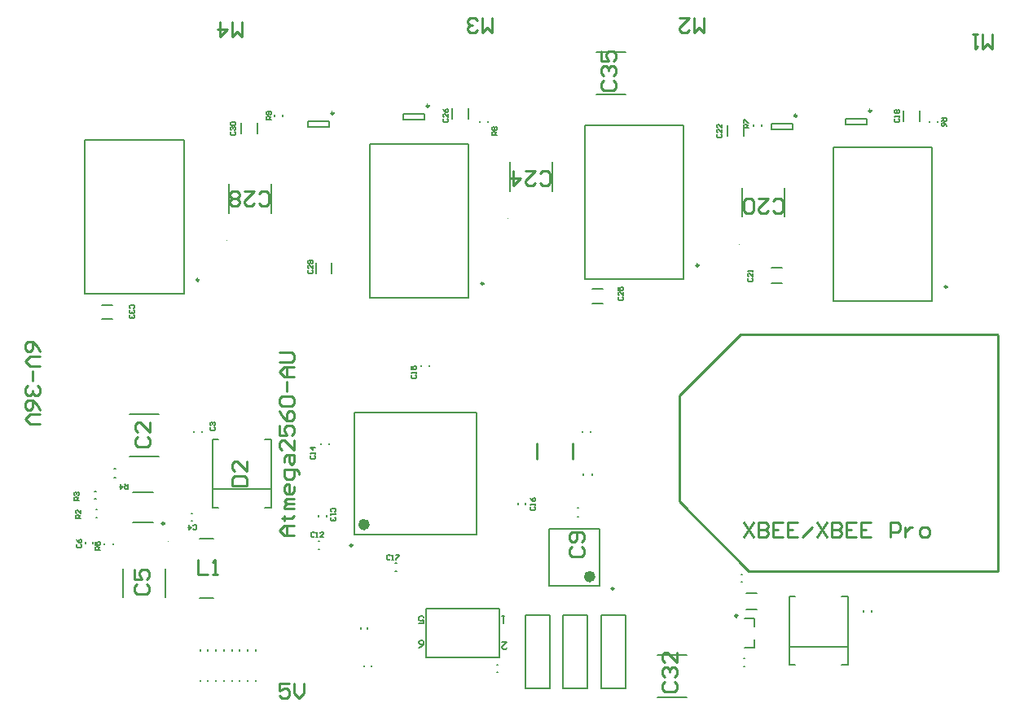
<source format=gto>
%FSLAX25Y25*%
%MOIN*%
G70*
G01*
G75*
G04 Layer_Color=65535*
%ADD10R,0.07480X0.05315*%
%ADD11R,0.03937X0.03543*%
%ADD12R,0.03543X0.03937*%
%ADD13R,0.04331X0.04331*%
%ADD14O,0.05315X0.00984*%
%ADD15R,0.06614X0.07402*%
%ADD16R,0.11417X0.07874*%
%ADD17R,0.28346X0.49606*%
%ADD18O,0.08071X0.02362*%
%ADD19O,0.01575X0.03347*%
%ADD20R,0.04331X0.04331*%
%ADD21R,0.04528X0.07087*%
%ADD22R,0.08858X0.18110*%
%ADD23R,0.18110X0.08858*%
%ADD24R,0.09291X0.24882*%
%ADD25R,0.03740X0.06693*%
%ADD26R,0.15000X0.11000*%
%ADD27O,0.07677X0.03543*%
%ADD28R,0.05500X0.06300*%
%ADD29O,0.06102X0.00984*%
%ADD30O,0.00984X0.06102*%
%ADD31R,0.05315X0.07480*%
%ADD32R,0.03937X0.02362*%
%ADD33R,0.03543X0.02756*%
%ADD34R,0.07087X0.04528*%
%ADD35C,0.01200*%
%ADD36C,0.01000*%
%ADD37C,0.00700*%
%ADD38C,0.04000*%
%ADD39C,0.03000*%
%ADD40C,0.02000*%
%ADD41C,0.08000*%
%ADD42C,0.05000*%
%ADD43C,0.02500*%
%ADD44C,0.01500*%
%ADD45C,0.07500*%
%ADD46C,0.05512*%
%ADD47R,0.05512X0.05512*%
%ADD48C,0.05906*%
%ADD49R,0.05906X0.05906*%
%ADD50R,0.06000X0.06000*%
%ADD51C,0.06000*%
%ADD52R,0.05906X0.05906*%
%ADD53R,0.05512X0.05512*%
%ADD54C,0.03500*%
%ADD55C,0.05000*%
%ADD56C,0.01969*%
%ADD57C,0.07000*%
%ADD58C,0.05500*%
%ADD59C,0.04500*%
%ADD60C,0.00984*%
%ADD61C,0.00394*%
%ADD62C,0.02362*%
%ADD63C,0.00787*%
%ADD64C,0.00500*%
%ADD65C,0.00800*%
D36*
X446000Y242500D02*
X548000D01*
X417500Y271000D02*
X446000Y242500D01*
X417500Y271000D02*
Y314500D01*
X442500Y339500D01*
X547500D01*
X548000Y339000D01*
Y242500D02*
Y339000D01*
X373750Y288450D02*
Y294550D01*
X359250Y288450D02*
Y294550D01*
X196002Y297499D02*
X195002Y296499D01*
Y294500D01*
X196002Y293500D01*
X200000D01*
X201000Y294500D01*
Y296499D01*
X200000Y297499D01*
X201000Y303497D02*
Y299498D01*
X197001Y303497D01*
X196002D01*
X195002Y302497D01*
Y300498D01*
X196002Y299498D01*
X195502Y236999D02*
X194502Y235999D01*
Y234000D01*
X195502Y233000D01*
X199500D01*
X200500Y234000D01*
Y235999D01*
X199500Y236999D01*
X194502Y242997D02*
Y238998D01*
X197501D01*
X196501Y240997D01*
Y241997D01*
X197501Y242997D01*
X199500D01*
X200500Y241997D01*
Y239998D01*
X199500Y238998D01*
X373502Y252499D02*
X372502Y251499D01*
Y249500D01*
X373502Y248500D01*
X377500D01*
X378500Y249500D01*
Y251499D01*
X377500Y252499D01*
Y254498D02*
X378500Y255498D01*
Y257497D01*
X377500Y258497D01*
X373502D01*
X372502Y257497D01*
Y255498D01*
X373502Y254498D01*
X374501D01*
X375501Y255498D01*
Y258497D01*
X456001Y390002D02*
X457001Y389002D01*
X459000D01*
X460000Y390002D01*
Y394000D01*
X459000Y395000D01*
X457001D01*
X456001Y394000D01*
X450003Y395000D02*
X454002D01*
X450003Y391001D01*
Y390002D01*
X451003Y389002D01*
X453002D01*
X454002Y390002D01*
X448004D02*
X447004Y389002D01*
X445005D01*
X444005Y390002D01*
Y394000D01*
X445005Y395000D01*
X447004D01*
X448004Y394000D01*
Y390002D01*
X360501Y401502D02*
X361501Y400502D01*
X363500D01*
X364500Y401502D01*
Y405500D01*
X363500Y406500D01*
X361501D01*
X360501Y405500D01*
X354503Y406500D02*
X358502D01*
X354503Y402501D01*
Y401502D01*
X355503Y400502D01*
X357502D01*
X358502Y401502D01*
X349505Y406500D02*
Y400502D01*
X352504Y403501D01*
X348505D01*
X245501Y393002D02*
X246501Y392002D01*
X248500D01*
X249500Y393002D01*
Y397000D01*
X248500Y398000D01*
X246501D01*
X245501Y397000D01*
X239503Y398000D02*
X243502D01*
X239503Y394001D01*
Y393002D01*
X240503Y392002D01*
X242502D01*
X243502Y393002D01*
X237504D02*
X236504Y392002D01*
X234505D01*
X233505Y393002D01*
Y394001D01*
X234505Y395001D01*
X233505Y396001D01*
Y397000D01*
X234505Y398000D01*
X236504D01*
X237504Y397000D01*
Y396001D01*
X236504Y395001D01*
X237504Y394001D01*
Y393002D01*
X236504Y395001D02*
X234505D01*
X234502Y277500D02*
X240500D01*
Y280499D01*
X239500Y281499D01*
X235502D01*
X234502Y280499D01*
Y277500D01*
X240500Y287497D02*
Y283498D01*
X236501Y287497D01*
X235502D01*
X234502Y286497D01*
Y284498D01*
X235502Y283498D01*
X220500Y246998D02*
Y241000D01*
X224499D01*
X226498D02*
X228497D01*
X227498D01*
Y246998D01*
X226498Y245998D01*
X444000Y262498D02*
X447999Y256500D01*
Y262498D02*
X444000Y256500D01*
X449998Y262498D02*
Y256500D01*
X452997D01*
X453997Y257500D01*
Y258499D01*
X452997Y259499D01*
X449998D01*
X452997D01*
X453997Y260499D01*
Y261498D01*
X452997Y262498D01*
X449998D01*
X459995D02*
X455996D01*
Y256500D01*
X459995D01*
X455996Y259499D02*
X457996D01*
X465993Y262498D02*
X461994D01*
Y256500D01*
X465993D01*
X461994Y259499D02*
X463994D01*
X467992Y256500D02*
X471991Y260499D01*
X473990Y262498D02*
X477989Y256500D01*
Y262498D02*
X473990Y256500D01*
X479988Y262498D02*
Y256500D01*
X482987D01*
X483987Y257500D01*
Y258499D01*
X482987Y259499D01*
X479988D01*
X482987D01*
X483987Y260499D01*
Y261498D01*
X482987Y262498D01*
X479988D01*
X489985D02*
X485986D01*
Y256500D01*
X489985D01*
X485986Y259499D02*
X487986D01*
X495983Y262498D02*
X491985D01*
Y256500D01*
X495983D01*
X491985Y259499D02*
X493984D01*
X503981Y256500D02*
Y262498D01*
X506980D01*
X507979Y261498D01*
Y259499D01*
X506980Y258499D01*
X503981D01*
X509979Y260499D02*
Y256500D01*
Y258499D01*
X510978Y259499D01*
X511978Y260499D01*
X512978D01*
X516976Y256500D02*
X518976D01*
X519975Y257500D01*
Y259499D01*
X518976Y260499D01*
X516976D01*
X515977Y259499D01*
Y257500D01*
X516976Y256500D01*
X260000Y257000D02*
X256001D01*
X254002Y258999D01*
X256001Y260999D01*
X260000D01*
X257001D01*
Y257000D01*
X255002Y263998D02*
X256001D01*
Y262998D01*
Y264997D01*
Y263998D01*
X259000D01*
X260000Y264997D01*
Y267996D02*
X256001D01*
Y268996D01*
X257001Y269996D01*
X260000D01*
X257001D01*
X256001Y270995D01*
X257001Y271995D01*
X260000D01*
Y276993D02*
Y274994D01*
X259000Y273994D01*
X257001D01*
X256001Y274994D01*
Y276993D01*
X257001Y277993D01*
X258001D01*
Y273994D01*
X261999Y281992D02*
Y282992D01*
X261000Y283991D01*
X256001D01*
Y280992D01*
X257001Y279993D01*
X259000D01*
X260000Y280992D01*
Y283991D01*
X256001Y286990D02*
Y288990D01*
X257001Y289989D01*
X260000D01*
Y286990D01*
X259000Y285991D01*
X258001Y286990D01*
Y289989D01*
X260000Y295987D02*
Y291989D01*
X256001Y295987D01*
X255002D01*
X254002Y294988D01*
Y292988D01*
X255002Y291989D01*
X254002Y301985D02*
Y297987D01*
X257001D01*
X256001Y299986D01*
Y300986D01*
X257001Y301985D01*
X259000D01*
X260000Y300986D01*
Y298986D01*
X259000Y297987D01*
X254002Y307983D02*
X255002Y305984D01*
X257001Y303985D01*
X259000D01*
X260000Y304984D01*
Y306984D01*
X259000Y307983D01*
X258001D01*
X257001Y306984D01*
Y303985D01*
X255002Y309983D02*
X254002Y310982D01*
Y312982D01*
X255002Y313982D01*
X259000D01*
X260000Y312982D01*
Y310982D01*
X259000Y309983D01*
X255002D01*
X257001Y315981D02*
Y319980D01*
X260000Y321979D02*
X256001D01*
X254002Y323978D01*
X256001Y325978D01*
X260000D01*
X257001D01*
Y321979D01*
X254002Y327977D02*
X259000D01*
X260000Y328977D01*
Y330976D01*
X259000Y331976D01*
X254002D01*
X411502Y196999D02*
X410502Y195999D01*
Y194000D01*
X411502Y193000D01*
X415500D01*
X416500Y194000D01*
Y195999D01*
X415500Y196999D01*
X411502Y198998D02*
X410502Y199998D01*
Y201997D01*
X411502Y202997D01*
X412501D01*
X413501Y201997D01*
Y200997D01*
Y201997D01*
X414501Y202997D01*
X415500D01*
X416500Y201997D01*
Y199998D01*
X415500Y198998D01*
X416500Y208995D02*
Y204996D01*
X412501Y208995D01*
X411502D01*
X410502Y207995D01*
Y205996D01*
X411502Y204996D01*
X386502Y443499D02*
X385502Y442499D01*
Y440500D01*
X386502Y439500D01*
X390500D01*
X391500Y440500D01*
Y442499D01*
X390500Y443499D01*
X386502Y445498D02*
X385502Y446498D01*
Y448497D01*
X386502Y449497D01*
X387501D01*
X388501Y448497D01*
Y447497D01*
Y448497D01*
X389501Y449497D01*
X390500D01*
X391500Y448497D01*
Y446498D01*
X390500Y445498D01*
X385502Y455495D02*
Y451496D01*
X388501D01*
X387501Y453496D01*
Y454495D01*
X388501Y455495D01*
X390500D01*
X391500Y454495D01*
Y452496D01*
X390500Y451496D01*
X238500Y467500D02*
Y461502D01*
X236501Y463501D01*
X234501Y461502D01*
Y467500D01*
X229503D02*
Y461502D01*
X232502Y464501D01*
X228503D01*
X341000Y469000D02*
Y463002D01*
X339001Y465001D01*
X337001Y463002D01*
Y469000D01*
X335002Y464002D02*
X334002Y463002D01*
X332003D01*
X331003Y464002D01*
Y465001D01*
X332003Y466001D01*
X333003D01*
X332003D01*
X331003Y467001D01*
Y468000D01*
X332003Y469000D01*
X334002D01*
X335002Y468000D01*
X427500Y469000D02*
Y463002D01*
X425501Y465001D01*
X423501Y463002D01*
Y469000D01*
X417503D02*
X421502D01*
X417503Y465001D01*
Y464002D01*
X418503Y463002D01*
X420502D01*
X421502Y464002D01*
X545500Y462500D02*
Y456502D01*
X543501Y458501D01*
X541501Y456502D01*
Y462500D01*
X539502D02*
X537503D01*
X538502D01*
Y456502D01*
X539502Y457502D01*
X155998Y332501D02*
X154998Y334501D01*
X152999Y336500D01*
X151000D01*
X150000Y335500D01*
Y333501D01*
X151000Y332501D01*
X151999D01*
X152999Y333501D01*
Y336500D01*
X155998Y330502D02*
X151999D01*
X150000Y328503D01*
X151999Y326503D01*
X155998D01*
X152999Y324504D02*
Y320505D01*
X154998Y318506D02*
X155998Y317506D01*
Y315507D01*
X154998Y314507D01*
X153999D01*
X152999Y315507D01*
Y316507D01*
Y315507D01*
X151999Y314507D01*
X151000D01*
X150000Y315507D01*
Y317506D01*
X151000Y318506D01*
X155998Y308509D02*
X154998Y310508D01*
X152999Y312508D01*
X151000D01*
X150000Y311508D01*
Y309509D01*
X151000Y308509D01*
X151999D01*
X152999Y309509D01*
Y312508D01*
X155998Y306510D02*
X151999D01*
X150000Y304510D01*
X151999Y302511D01*
X155998D01*
X257999Y196498D02*
X254000D01*
Y193499D01*
X255999Y194499D01*
X256999D01*
X257999Y193499D01*
Y191500D01*
X256999Y190500D01*
X255000D01*
X254000Y191500D01*
X259998Y196498D02*
Y192499D01*
X261997Y190500D01*
X263997Y192499D01*
Y196498D01*
D60*
X206760Y261906D02*
G03*
X206760Y261906I-492J0D01*
G01*
X527043Y358823D02*
G03*
X527043Y358823I-492J0D01*
G01*
X496004Y430929D02*
G03*
X496004Y430929I-492J0D01*
G01*
X465504Y428929D02*
G03*
X465504Y428929I-492J0D01*
G01*
X425378Y367653D02*
G03*
X425378Y367653I-492J0D01*
G01*
X276004Y429929D02*
G03*
X276004Y429929I-492J0D01*
G01*
X220878Y361653D02*
G03*
X220878Y361653I-492J0D01*
G01*
X315004Y432929D02*
G03*
X315004Y432929I-492J0D01*
G01*
X337378Y360154D02*
G03*
X337378Y360154I-492J0D01*
G01*
X390642Y235205D02*
G03*
X390642Y235205I-492J0D01*
G01*
X283713Y252874D02*
G03*
X283713Y252874I-492J0D01*
G01*
X441268Y224087D02*
G03*
X441268Y224087I-492J0D01*
G01*
D61*
X215871Y288110D02*
G03*
X215871Y288110I-197J0D01*
G01*
X208587Y254674D02*
G03*
X208587Y254674I-197J0D01*
G01*
X442307Y376326D02*
G03*
X442307Y376326I-197J0D01*
G01*
X347307Y386826D02*
G03*
X347307Y386826I-197J0D01*
G01*
X232307Y377826D02*
G03*
X232307Y377826I-197J0D01*
G01*
X372523Y456390D02*
G03*
X372523Y456390I-197J0D01*
G01*
X397523Y209390D02*
G03*
X397523Y209390I-197J0D01*
G01*
D62*
X381980Y240126D02*
G03*
X381980Y240126I-1181J0D01*
G01*
X289618Y261437D02*
G03*
X289618Y261437I-1181J0D01*
G01*
D63*
X244847Y421835D02*
Y426165D01*
X238154Y421835D02*
Y426165D01*
X331347Y427835D02*
Y432165D01*
X324654Y427835D02*
Y432165D01*
X443847Y420835D02*
Y425165D01*
X437153Y420835D02*
Y425165D01*
X515846Y426835D02*
Y431165D01*
X509154Y426835D02*
Y431165D01*
X270925Y294303D02*
Y294697D01*
X274075Y294303D02*
Y294697D01*
X273075Y264803D02*
Y265197D01*
X269925Y264803D02*
Y265197D01*
X269803Y251425D02*
X270197D01*
X269803Y254575D02*
X270197D01*
X375803Y268272D02*
X376197D01*
X375803Y264728D02*
X376197D01*
X314000Y227000D02*
X333167D01*
X314000D02*
X344000D01*
X314000Y207000D02*
X344000D01*
Y227000D01*
X314000Y207000D02*
Y227000D01*
X193965Y262398D02*
X202035D01*
X193965Y274602D02*
X202035D01*
X480390Y416165D02*
X520941D01*
X480390Y353173D02*
X520941D01*
X480390D02*
Y416165D01*
X520941Y353173D02*
Y416165D01*
X485669Y425319D02*
Y427681D01*
X494331Y425319D02*
Y427681D01*
X485669Y425319D02*
X494331D01*
X485669Y427681D02*
X494331D01*
X222272Y299303D02*
Y299697D01*
X218728Y299303D02*
Y299697D01*
X442803Y237925D02*
X443197D01*
X442803Y241075D02*
X443197D01*
X217803Y262925D02*
X218197D01*
X217803Y266075D02*
X218197D01*
X342803Y200925D02*
X343197D01*
X342803Y204075D02*
X343197D01*
X455335Y366650D02*
X459665D01*
X455335Y360350D02*
X459665D01*
X192595Y306661D02*
X204405D01*
X192595Y289339D02*
X204405D01*
X189839Y231594D02*
Y243406D01*
X207161Y231594D02*
Y243406D01*
X186303Y284272D02*
X186697D01*
X186303Y280728D02*
X186697D01*
X185772Y253303D02*
Y253697D01*
X182228Y253303D02*
Y253697D01*
X492925Y225803D02*
Y226197D01*
X496075Y225803D02*
Y226197D01*
X178803Y264425D02*
X179197D01*
X178803Y267575D02*
X179197D01*
X460661Y387595D02*
Y399406D01*
X443339Y387595D02*
Y399406D01*
X221047Y231453D02*
X226953D01*
X221047Y255547D02*
X226953D01*
X455169Y423319D02*
Y425681D01*
X463831Y423319D02*
Y425681D01*
X455169Y423319D02*
X463831D01*
X455169Y425681D02*
X463831D01*
X378724Y424996D02*
X419276D01*
X378724Y362004D02*
X419276D01*
X378724D02*
Y424996D01*
X419276Y362004D02*
Y424996D01*
X265669Y424319D02*
Y426681D01*
X274331Y424319D02*
Y426681D01*
X265669Y424319D02*
X274331D01*
X265669Y426681D02*
X274331D01*
X365661Y398095D02*
Y409905D01*
X348339Y398095D02*
Y409905D01*
X174224Y418996D02*
X214776D01*
X174224Y356004D02*
X214776D01*
X174224D02*
Y418996D01*
X214776Y356004D02*
Y418996D01*
X304669Y427319D02*
Y429681D01*
X313331Y427319D02*
Y429681D01*
X304669Y427319D02*
X313331D01*
X304669Y429681D02*
X313331D01*
X290724Y417496D02*
X331276D01*
X290724Y354504D02*
X331276D01*
X290724D02*
Y417496D01*
X331276Y354504D02*
Y417496D01*
X381835Y357953D02*
X386165D01*
X381835Y352047D02*
X386165D01*
X181335Y351453D02*
X185665D01*
X181335Y345547D02*
X185665D01*
X250661Y389094D02*
Y400906D01*
X233339Y389094D02*
Y400906D01*
X377728Y299303D02*
Y299697D01*
X381272Y299303D02*
Y299697D01*
X378228Y281803D02*
Y282197D01*
X381772Y281803D02*
Y282197D01*
X364264Y259811D02*
X384736D01*
X364264Y236189D02*
X384736D01*
X364264D02*
Y259811D01*
X384736Y236189D02*
Y259811D01*
X351425Y269803D02*
Y270197D01*
X354575Y269803D02*
Y270197D01*
X315075Y326303D02*
Y326697D01*
X311925Y326303D02*
Y326697D01*
X301303Y242425D02*
X301697D01*
X301303Y245575D02*
X301697D01*
X334500Y257500D02*
Y307500D01*
X284500Y257500D02*
Y307500D01*
X334500D01*
X284500Y257500D02*
X334500D01*
X443803Y206575D02*
X444197D01*
X443803Y203425D02*
X444197D01*
X444835Y233347D02*
X449165D01*
X444835Y226654D02*
X449165D01*
X448256Y211094D02*
Y214244D01*
X444319Y211094D02*
X448256D01*
Y219756D02*
Y222905D01*
X444319D02*
X448256D01*
X385500Y224500D02*
X395500D01*
Y194500D02*
Y224500D01*
X385500Y194500D02*
X395500D01*
X385500D02*
Y224500D01*
X370000Y224244D02*
X380000D01*
Y194244D02*
Y224244D01*
X370000Y194244D02*
X380000D01*
X370000D02*
Y224244D01*
X354500Y224500D02*
X364500D01*
Y194500D02*
Y224500D01*
X354500Y194500D02*
X364500D01*
X354500D02*
Y224500D01*
X178303Y271925D02*
X178697D01*
X178303Y275075D02*
X178697D01*
X289878Y218803D02*
Y219197D01*
X287122Y218803D02*
Y219197D01*
X383594Y437839D02*
X395406D01*
X383594Y455161D02*
X395406D01*
X408595Y190839D02*
X420405D01*
X408595Y208161D02*
X420405D01*
X335925Y426303D02*
Y426697D01*
X339075Y426303D02*
Y426697D01*
X519925Y426303D02*
Y426697D01*
X523075Y426303D02*
Y426697D01*
X447925Y424803D02*
Y425197D01*
X451075Y424803D02*
Y425197D01*
X251925Y428803D02*
Y429197D01*
X255075Y428803D02*
Y429197D01*
X275150Y364335D02*
Y368665D01*
X268850Y364335D02*
Y368665D01*
X177575Y253803D02*
Y254197D01*
X174425Y253803D02*
Y254197D01*
X240925Y197303D02*
Y197697D01*
X244075Y197303D02*
Y197697D01*
X234425Y197303D02*
Y197697D01*
X237575Y197303D02*
Y197697D01*
X227925Y197303D02*
Y197697D01*
X231075Y197303D02*
Y197697D01*
X221425Y197303D02*
Y197697D01*
X224575Y197303D02*
Y197697D01*
X240925Y209803D02*
Y210197D01*
X244075Y209803D02*
Y210197D01*
X234425Y209803D02*
Y210197D01*
X237575Y209803D02*
Y210197D01*
X227925Y209803D02*
Y210197D01*
X231075Y209803D02*
Y210197D01*
X221425Y209803D02*
Y210197D01*
X224575Y209803D02*
Y210197D01*
X288425Y203303D02*
Y203697D01*
X291575Y203303D02*
Y203697D01*
D64*
X226500Y268500D02*
X229000D01*
X226500D02*
Y296500D01*
X229000D01*
X248000D02*
X250500D01*
Y268500D02*
Y296500D01*
X248000Y268500D02*
X250500D01*
X226500Y276000D02*
X250500D01*
X462500Y204000D02*
X465000D01*
X462500D02*
Y232000D01*
X465000D01*
X484000D02*
X486500D01*
Y204000D02*
Y232000D01*
X484000Y204000D02*
X486500D01*
X462500Y211500D02*
X486500D01*
X225834Y301333D02*
X225501Y301000D01*
Y300333D01*
X225834Y300000D01*
X227167D01*
X227500Y300333D01*
Y301000D01*
X227167Y301333D01*
X225834Y301999D02*
X225501Y302333D01*
Y302999D01*
X225834Y303332D01*
X226167D01*
X226500Y302999D01*
Y302666D01*
Y302999D01*
X226834Y303332D01*
X227167D01*
X227500Y302999D01*
Y302333D01*
X227167Y301999D01*
X218667Y259834D02*
X219000Y259501D01*
X219667D01*
X220000Y259834D01*
Y261167D01*
X219667Y261500D01*
X219000D01*
X218667Y261167D01*
X217001Y261500D02*
Y259501D01*
X218001Y260500D01*
X216668D01*
X171334Y253333D02*
X171001Y253000D01*
Y252333D01*
X171334Y252000D01*
X172667D01*
X173000Y252333D01*
Y253000D01*
X172667Y253333D01*
X171001Y255332D02*
X171334Y254666D01*
X172000Y253999D01*
X172667D01*
X173000Y254333D01*
Y254999D01*
X172667Y255332D01*
X172334D01*
X172000Y254999D01*
Y253999D01*
X268333Y258166D02*
X268000Y258499D01*
X267333D01*
X267000Y258166D01*
Y256833D01*
X267333Y256500D01*
X268000D01*
X268333Y256833D01*
X268999Y256500D02*
X269666D01*
X269333D01*
Y258499D01*
X268999Y258166D01*
X271998Y256500D02*
X270666D01*
X271998Y257833D01*
Y258166D01*
X271665Y258499D01*
X270999D01*
X270666Y258166D01*
X276666Y266667D02*
X276999Y267000D01*
Y267667D01*
X276666Y268000D01*
X275333D01*
X275000Y267667D01*
Y267000D01*
X275333Y266667D01*
X275000Y266001D02*
Y265334D01*
Y265667D01*
X276999D01*
X276666Y266001D01*
Y264335D02*
X276999Y264001D01*
Y263335D01*
X276666Y263002D01*
X276333D01*
X276000Y263335D01*
Y263668D01*
Y263335D01*
X275666Y263002D01*
X275333D01*
X275000Y263335D01*
Y264001D01*
X275333Y264335D01*
X266834Y289833D02*
X266501Y289500D01*
Y288833D01*
X266834Y288500D01*
X268167D01*
X268500Y288833D01*
Y289500D01*
X268167Y289833D01*
X268500Y290499D02*
Y291166D01*
Y290833D01*
X266501D01*
X266834Y290499D01*
X268500Y293165D02*
X266501D01*
X267500Y292165D01*
Y293498D01*
X308334Y322833D02*
X308001Y322500D01*
Y321833D01*
X308334Y321500D01*
X309667D01*
X310000Y321833D01*
Y322500D01*
X309667Y322833D01*
X310000Y323499D02*
Y324166D01*
Y323833D01*
X308001D01*
X308334Y323499D01*
X308001Y326498D02*
Y325166D01*
X309000D01*
X308667Y325832D01*
Y326165D01*
X309000Y326498D01*
X309667D01*
X310000Y326165D01*
Y325499D01*
X309667Y325166D01*
X356834Y268833D02*
X356501Y268500D01*
Y267833D01*
X356834Y267500D01*
X358167D01*
X358500Y267833D01*
Y268500D01*
X358167Y268833D01*
X358500Y269499D02*
Y270166D01*
Y269833D01*
X356501D01*
X356834Y269499D01*
X356501Y272498D02*
X356834Y271832D01*
X357500Y271165D01*
X358167D01*
X358500Y271499D01*
Y272165D01*
X358167Y272498D01*
X357834D01*
X357500Y272165D01*
Y271165D01*
X299333Y248666D02*
X299000Y248999D01*
X298333D01*
X298000Y248666D01*
Y247333D01*
X298333Y247000D01*
X299000D01*
X299333Y247333D01*
X299999Y247000D02*
X300666D01*
X300333D01*
Y248999D01*
X299999Y248666D01*
X301665Y248999D02*
X302998D01*
Y248666D01*
X301665Y247333D01*
Y247000D01*
X505834Y427833D02*
X505501Y427500D01*
Y426833D01*
X505834Y426500D01*
X507167D01*
X507500Y426833D01*
Y427500D01*
X507167Y427833D01*
X507500Y428499D02*
Y429166D01*
Y428833D01*
X505501D01*
X505834Y428499D01*
Y430165D02*
X505501Y430499D01*
Y431165D01*
X505834Y431498D01*
X506167D01*
X506500Y431165D01*
X506834Y431498D01*
X507167D01*
X507500Y431165D01*
Y430499D01*
X507167Y430165D01*
X506834D01*
X506500Y430499D01*
X506167Y430165D01*
X505834D01*
X506500Y430499D02*
Y431165D01*
X445834Y362333D02*
X445501Y362000D01*
Y361333D01*
X445834Y361000D01*
X447167D01*
X447500Y361333D01*
Y362000D01*
X447167Y362333D01*
X447500Y364332D02*
Y362999D01*
X446167Y364332D01*
X445834D01*
X445501Y363999D01*
Y363333D01*
X445834Y362999D01*
X447500Y364999D02*
Y365665D01*
Y365332D01*
X445501D01*
X445834Y364999D01*
X433334Y421333D02*
X433001Y421000D01*
Y420333D01*
X433334Y420000D01*
X434667D01*
X435000Y420333D01*
Y421000D01*
X434667Y421333D01*
X435000Y423332D02*
Y421999D01*
X433667Y423332D01*
X433334D01*
X433001Y422999D01*
Y422333D01*
X433334Y421999D01*
X435000Y425332D02*
Y423999D01*
X433667Y425332D01*
X433334D01*
X433001Y424998D01*
Y424332D01*
X433334Y423999D01*
X392834Y354833D02*
X392501Y354500D01*
Y353833D01*
X392834Y353500D01*
X394167D01*
X394500Y353833D01*
Y354500D01*
X394167Y354833D01*
X394500Y356832D02*
Y355499D01*
X393167Y356832D01*
X392834D01*
X392501Y356499D01*
Y355833D01*
X392834Y355499D01*
X392501Y358832D02*
Y357499D01*
X393500D01*
X393167Y358165D01*
Y358498D01*
X393500Y358832D01*
X394167D01*
X394500Y358498D01*
Y357832D01*
X394167Y357499D01*
X321334Y427833D02*
X321001Y427500D01*
Y426833D01*
X321334Y426500D01*
X322667D01*
X323000Y426833D01*
Y427500D01*
X322667Y427833D01*
X323000Y429832D02*
Y428499D01*
X321667Y429832D01*
X321334D01*
X321001Y429499D01*
Y428833D01*
X321334Y428499D01*
X321001Y431832D02*
X321334Y431165D01*
X322000Y430499D01*
X322667D01*
X323000Y430832D01*
Y431498D01*
X322667Y431832D01*
X322334D01*
X322000Y431498D01*
Y430499D01*
X265834Y365833D02*
X265501Y365500D01*
Y364833D01*
X265834Y364500D01*
X267167D01*
X267500Y364833D01*
Y365500D01*
X267167Y365833D01*
X267500Y367832D02*
Y366499D01*
X266167Y367832D01*
X265834D01*
X265501Y367499D01*
Y366833D01*
X265834Y366499D01*
X267167Y368499D02*
X267500Y368832D01*
Y369498D01*
X267167Y369832D01*
X265834D01*
X265501Y369498D01*
Y368832D01*
X265834Y368499D01*
X266167D01*
X266500Y368832D01*
Y369832D01*
X234334Y422333D02*
X234001Y422000D01*
Y421333D01*
X234334Y421000D01*
X235667D01*
X236000Y421333D01*
Y422000D01*
X235667Y422333D01*
X234334Y422999D02*
X234001Y423333D01*
Y423999D01*
X234334Y424332D01*
X234667D01*
X235000Y423999D01*
Y423666D01*
Y423999D01*
X235334Y424332D01*
X235667D01*
X236000Y423999D01*
Y423333D01*
X235667Y422999D01*
X234334Y424999D02*
X234001Y425332D01*
Y425998D01*
X234334Y426332D01*
X235667D01*
X236000Y425998D01*
Y425332D01*
X235667Y424999D01*
X234334D01*
X194166Y350167D02*
X194499Y350500D01*
Y351167D01*
X194166Y351500D01*
X192833D01*
X192500Y351167D01*
Y350500D01*
X192833Y350167D01*
X194166Y349501D02*
X194499Y349167D01*
Y348501D01*
X194166Y348168D01*
X193833D01*
X193500Y348501D01*
Y348834D01*
Y348501D01*
X193166Y348168D01*
X192833D01*
X192500Y348501D01*
Y349167D01*
X192833Y349501D01*
X194166Y347501D02*
X194499Y347168D01*
Y346502D01*
X194166Y346168D01*
X193833D01*
X193500Y346502D01*
Y346835D01*
Y346502D01*
X193166Y346168D01*
X192833D01*
X192500Y346502D01*
Y347168D01*
X192833Y347501D01*
X172500Y264000D02*
X170501D01*
Y265000D01*
X170834Y265333D01*
X171500D01*
X171834Y265000D01*
Y264000D01*
Y264666D02*
X172500Y265333D01*
Y267332D02*
Y265999D01*
X171167Y267332D01*
X170834D01*
X170501Y266999D01*
Y266333D01*
X170834Y265999D01*
X172000Y271500D02*
X170001D01*
Y272500D01*
X170334Y272833D01*
X171000D01*
X171334Y272500D01*
Y271500D01*
Y272166D02*
X172000Y272833D01*
X170334Y273499D02*
X170001Y273833D01*
Y274499D01*
X170334Y274832D01*
X170667D01*
X171000Y274499D01*
Y274166D01*
Y274499D01*
X171334Y274832D01*
X171667D01*
X172000Y274499D01*
Y273833D01*
X171667Y273499D01*
X192000Y278000D02*
Y276001D01*
X191000D01*
X190667Y276334D01*
Y277000D01*
X191000Y277334D01*
X192000D01*
X191333D02*
X190667Y278000D01*
X189001D02*
Y276001D01*
X190001Y277000D01*
X188668D01*
X180500Y251000D02*
X178501D01*
Y252000D01*
X178834Y252333D01*
X179500D01*
X179833Y252000D01*
Y251000D01*
Y251666D02*
X180500Y252333D01*
X178501Y254332D02*
Y252999D01*
X179500D01*
X179167Y253666D01*
Y253999D01*
X179500Y254332D01*
X180167D01*
X180500Y253999D01*
Y253333D01*
X180167Y252999D01*
X525000Y428000D02*
X526999D01*
Y427000D01*
X526666Y426667D01*
X526000D01*
X525666Y427000D01*
Y428000D01*
Y427334D02*
X525000Y426667D01*
X526999Y424668D02*
X526666Y425334D01*
X526000Y426001D01*
X525333D01*
X525000Y425667D01*
Y425001D01*
X525333Y424668D01*
X525666D01*
X526000Y425001D01*
Y426001D01*
X446000Y424000D02*
X444001D01*
Y425000D01*
X444334Y425333D01*
X445000D01*
X445334Y425000D01*
Y424000D01*
Y424666D02*
X446000Y425333D01*
X444001Y425999D02*
Y427332D01*
X444334D01*
X445667Y425999D01*
X446000D01*
X343000Y421000D02*
X341001D01*
Y422000D01*
X341334Y422333D01*
X342000D01*
X342334Y422000D01*
Y421000D01*
Y421666D02*
X343000Y422333D01*
X341334Y422999D02*
X341001Y423333D01*
Y423999D01*
X341334Y424332D01*
X341667D01*
X342000Y423999D01*
X342334Y424332D01*
X342667D01*
X343000Y423999D01*
Y423333D01*
X342667Y422999D01*
X342334D01*
X342000Y423333D01*
X341667Y422999D01*
X341334D01*
X342000Y423333D02*
Y423999D01*
X250500Y427500D02*
X248501D01*
Y428500D01*
X248834Y428833D01*
X249500D01*
X249834Y428500D01*
Y427500D01*
Y428166D02*
X250500Y428833D01*
X250167Y429499D02*
X250500Y429833D01*
Y430499D01*
X250167Y430832D01*
X248834D01*
X248501Y430499D01*
Y429833D01*
X248834Y429499D01*
X249167D01*
X249500Y429833D01*
Y430832D01*
D65*
X346000Y224000D02*
X345000D01*
X345500D01*
Y221001D01*
X346000Y221501D01*
X345001Y213500D02*
X347000D01*
X345001Y211501D01*
Y211001D01*
X345500Y210501D01*
X346500D01*
X347000Y211001D01*
X311001Y221001D02*
X313000D01*
Y222500D01*
X312000Y222001D01*
X311501D01*
X311001Y222500D01*
Y223500D01*
X311501Y224000D01*
X312500D01*
X313000Y223500D01*
X311001Y211001D02*
X312000Y211501D01*
X313000Y212501D01*
Y213500D01*
X312500Y214000D01*
X311501D01*
X311001Y213500D01*
Y213000D01*
X311501Y212501D01*
X313000D01*
M02*

</source>
